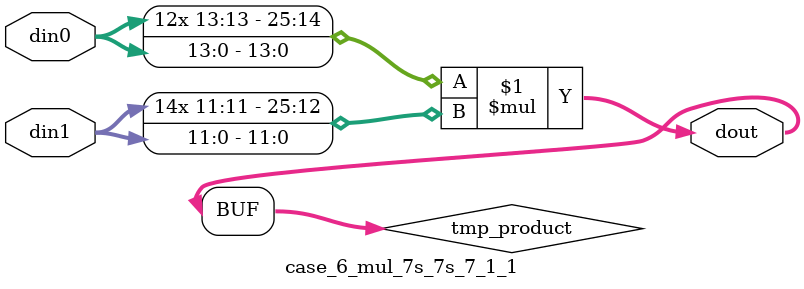
<source format=v>

`timescale 1 ns / 1 ps

 module case_6_mul_7s_7s_7_1_1(din0, din1, dout);
parameter ID = 1;
parameter NUM_STAGE = 0;
parameter din0_WIDTH = 14;
parameter din1_WIDTH = 12;
parameter dout_WIDTH = 26;

input [din0_WIDTH - 1 : 0] din0; 
input [din1_WIDTH - 1 : 0] din1; 
output [dout_WIDTH - 1 : 0] dout;

wire signed [dout_WIDTH - 1 : 0] tmp_product;



























assign tmp_product = $signed(din0) * $signed(din1);








assign dout = tmp_product;





















endmodule

</source>
